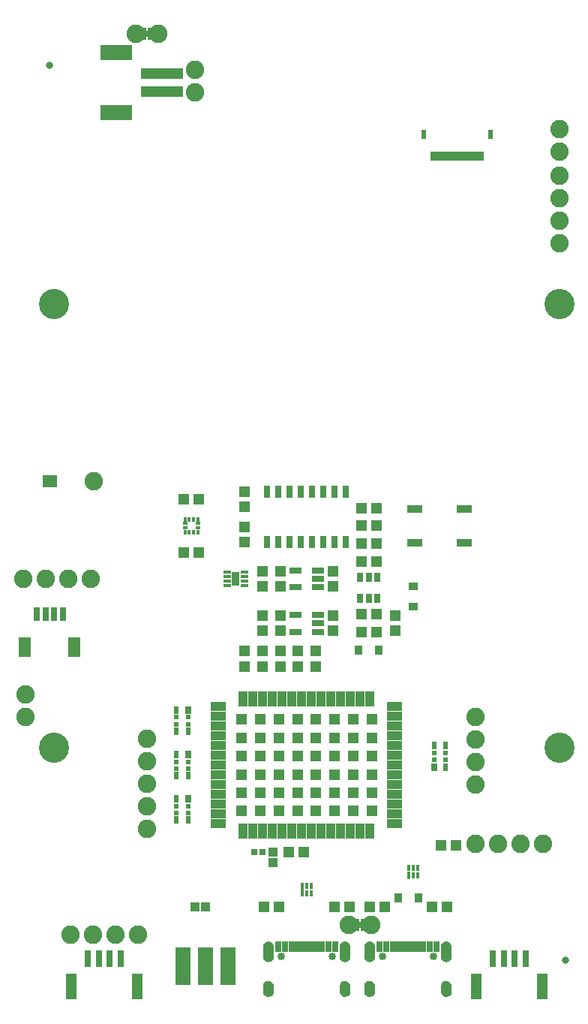
<source format=gts>
G04 EAGLE Gerber RS-274X export*
G75*
%MOMM*%
%FSLAX34Y34*%
%LPD*%
%INSoldermask Top*%
%IPPOS*%
%AMOC8*
5,1,8,0,0,1.08239X$1,22.5*%
G01*
%ADD10C,0.838200*%
%ADD11R,1.203200X1.303200*%
%ADD12R,1.403200X0.753200*%
%ADD13R,1.103200X1.053200*%
%ADD14R,1.303200X1.203200*%
%ADD15R,0.803200X0.803200*%
%ADD16R,1.053200X1.723200*%
%ADD17R,1.723200X1.053200*%
%ADD18R,1.303200X1.303200*%
%ADD19R,0.503200X1.203200*%
%ADD20R,0.803200X1.203200*%
%ADD21C,0.853200*%
%ADD22R,0.453200X0.813200*%
%ADD23R,0.453200X0.763200*%
%ADD24R,1.703200X4.203200*%
%ADD25C,3.403600*%
%ADD26R,4.803200X1.203200*%
%ADD27R,3.603200X1.803200*%
%ADD28C,2.082800*%
%ADD29R,0.803200X1.903200*%
%ADD30R,1.203200X2.903200*%
%ADD31R,0.833200X1.033200*%
%ADD32R,0.840000X0.440000*%
%ADD33R,0.940000X1.520000*%
%ADD34R,0.838200X1.473200*%
%ADD35R,1.403200X2.203200*%
%ADD36R,0.803200X1.553200*%
%ADD37R,0.803200X1.403200*%
%ADD38R,1.727200X0.965200*%
%ADD39R,0.620000X0.840000*%
%ADD40R,0.620000X0.560000*%
%ADD41R,0.640000X0.840000*%
%ADD42R,0.753200X1.003200*%
%ADD43R,1.033200X0.833200*%
%ADD44R,0.478200X0.453200*%
%ADD45R,0.453200X0.478200*%
%ADD46R,1.053200X1.103200*%
%ADD47R,0.503200X1.003200*%
%ADD48R,0.603200X1.003200*%

G36*
X508784Y38053D02*
X508784Y38053D01*
X508790Y38059D01*
X508795Y38055D01*
X510025Y38420D01*
X510030Y38427D01*
X510035Y38425D01*
X511154Y39055D01*
X511157Y39062D01*
X511163Y39061D01*
X512113Y39924D01*
X512114Y39932D01*
X512120Y39932D01*
X512854Y40985D01*
X512854Y40993D01*
X512859Y40995D01*
X513341Y42185D01*
X513339Y42190D01*
X513343Y42193D01*
X513342Y42194D01*
X513344Y42195D01*
X513549Y43462D01*
X513546Y43467D01*
X513549Y43470D01*
X513549Y55470D01*
X513546Y55474D01*
X513549Y55477D01*
X513394Y56599D01*
X513389Y56604D01*
X513392Y56608D01*
X513021Y57679D01*
X513015Y57683D01*
X513017Y57688D01*
X512444Y58665D01*
X512438Y58668D01*
X512439Y58673D01*
X511686Y59520D01*
X511679Y59522D01*
X511679Y59527D01*
X510776Y60211D01*
X510769Y60211D01*
X510768Y60216D01*
X509749Y60711D01*
X509742Y60709D01*
X509740Y60714D01*
X508643Y61001D01*
X508637Y60998D01*
X508634Y61002D01*
X507503Y61069D01*
X507497Y61069D01*
X506366Y61002D01*
X506361Y60997D01*
X506357Y61001D01*
X505260Y60714D01*
X505256Y60708D01*
X505251Y60711D01*
X504232Y60216D01*
X504229Y60210D01*
X504224Y60211D01*
X503321Y59527D01*
X503319Y59520D01*
X503314Y59520D01*
X502561Y58673D01*
X502561Y58666D01*
X502556Y58665D01*
X501983Y57688D01*
X501984Y57685D01*
X501983Y57684D01*
X501984Y57683D01*
X501984Y57681D01*
X501979Y57679D01*
X501608Y56608D01*
X501610Y56603D01*
X501607Y56601D01*
X501607Y56600D01*
X501606Y56599D01*
X501451Y55477D01*
X501454Y55472D01*
X501451Y55470D01*
X501451Y43470D01*
X501454Y43465D01*
X501451Y43462D01*
X501656Y42195D01*
X501662Y42189D01*
X501659Y42185D01*
X502141Y40995D01*
X502148Y40991D01*
X502146Y40985D01*
X502880Y39932D01*
X502888Y39930D01*
X502887Y39924D01*
X503837Y39061D01*
X503846Y39060D01*
X503846Y39055D01*
X504965Y38425D01*
X504973Y38426D01*
X504975Y38420D01*
X506205Y38055D01*
X506213Y38058D01*
X506216Y38053D01*
X507497Y37971D01*
X507501Y37974D01*
X507503Y37971D01*
X508784Y38053D01*
G37*
G36*
X308084Y38053D02*
X308084Y38053D01*
X308090Y38059D01*
X308095Y38055D01*
X309325Y38420D01*
X309330Y38427D01*
X309335Y38425D01*
X310454Y39055D01*
X310457Y39062D01*
X310463Y39061D01*
X311413Y39924D01*
X311414Y39932D01*
X311420Y39932D01*
X312154Y40985D01*
X312154Y40993D01*
X312159Y40995D01*
X312641Y42185D01*
X312639Y42190D01*
X312643Y42193D01*
X312642Y42194D01*
X312644Y42195D01*
X312849Y43462D01*
X312846Y43467D01*
X312849Y43470D01*
X312849Y55470D01*
X312846Y55474D01*
X312849Y55477D01*
X312694Y56599D01*
X312689Y56604D01*
X312692Y56608D01*
X312321Y57679D01*
X312315Y57683D01*
X312317Y57688D01*
X311744Y58665D01*
X311738Y58668D01*
X311739Y58673D01*
X310986Y59520D01*
X310979Y59522D01*
X310979Y59527D01*
X310076Y60211D01*
X310069Y60211D01*
X310068Y60216D01*
X309049Y60711D01*
X309042Y60709D01*
X309040Y60714D01*
X307943Y61001D01*
X307937Y60998D01*
X307934Y61002D01*
X306803Y61069D01*
X306797Y61069D01*
X305666Y61002D01*
X305661Y60997D01*
X305657Y61001D01*
X304560Y60714D01*
X304556Y60708D01*
X304551Y60711D01*
X303532Y60216D01*
X303529Y60210D01*
X303524Y60211D01*
X302621Y59527D01*
X302619Y59520D01*
X302614Y59520D01*
X301861Y58673D01*
X301861Y58666D01*
X301856Y58665D01*
X301283Y57688D01*
X301284Y57685D01*
X301283Y57684D01*
X301284Y57683D01*
X301284Y57681D01*
X301279Y57679D01*
X300908Y56608D01*
X300910Y56603D01*
X300907Y56601D01*
X300907Y56600D01*
X300906Y56599D01*
X300751Y55477D01*
X300754Y55472D01*
X300751Y55470D01*
X300751Y43470D01*
X300754Y43465D01*
X300751Y43462D01*
X300956Y42195D01*
X300962Y42189D01*
X300959Y42185D01*
X301441Y40995D01*
X301448Y40991D01*
X301446Y40985D01*
X302180Y39932D01*
X302188Y39930D01*
X302187Y39924D01*
X303137Y39061D01*
X303146Y39060D01*
X303146Y39055D01*
X304265Y38425D01*
X304273Y38426D01*
X304275Y38420D01*
X305505Y38055D01*
X305513Y38058D01*
X305516Y38053D01*
X306797Y37971D01*
X306801Y37974D01*
X306803Y37971D01*
X308084Y38053D01*
G37*
G36*
X422384Y38053D02*
X422384Y38053D01*
X422390Y38059D01*
X422395Y38055D01*
X423625Y38420D01*
X423630Y38427D01*
X423635Y38425D01*
X424754Y39055D01*
X424757Y39062D01*
X424763Y39061D01*
X425713Y39924D01*
X425714Y39932D01*
X425720Y39932D01*
X426454Y40985D01*
X426454Y40993D01*
X426459Y40995D01*
X426941Y42185D01*
X426939Y42190D01*
X426943Y42193D01*
X426942Y42194D01*
X426944Y42195D01*
X427149Y43462D01*
X427146Y43467D01*
X427149Y43470D01*
X427149Y55470D01*
X427146Y55474D01*
X427149Y55477D01*
X426994Y56599D01*
X426989Y56604D01*
X426992Y56608D01*
X426621Y57679D01*
X426615Y57683D01*
X426617Y57688D01*
X426044Y58665D01*
X426038Y58668D01*
X426039Y58673D01*
X425286Y59520D01*
X425279Y59522D01*
X425279Y59527D01*
X424376Y60211D01*
X424369Y60211D01*
X424368Y60216D01*
X423349Y60711D01*
X423342Y60709D01*
X423340Y60714D01*
X422243Y61001D01*
X422237Y60998D01*
X422234Y61002D01*
X421103Y61069D01*
X421097Y61069D01*
X419966Y61002D01*
X419961Y60997D01*
X419957Y61001D01*
X418860Y60714D01*
X418856Y60708D01*
X418851Y60711D01*
X417832Y60216D01*
X417829Y60210D01*
X417824Y60211D01*
X416921Y59527D01*
X416919Y59520D01*
X416914Y59520D01*
X416161Y58673D01*
X416161Y58666D01*
X416156Y58665D01*
X415583Y57688D01*
X415584Y57685D01*
X415583Y57684D01*
X415584Y57683D01*
X415584Y57681D01*
X415579Y57679D01*
X415208Y56608D01*
X415210Y56603D01*
X415207Y56601D01*
X415207Y56600D01*
X415206Y56599D01*
X415051Y55477D01*
X415054Y55472D01*
X415051Y55470D01*
X415051Y43470D01*
X415054Y43465D01*
X415051Y43462D01*
X415256Y42195D01*
X415262Y42189D01*
X415259Y42185D01*
X415741Y40995D01*
X415748Y40991D01*
X415746Y40985D01*
X416480Y39932D01*
X416488Y39930D01*
X416487Y39924D01*
X417437Y39061D01*
X417446Y39060D01*
X417446Y39055D01*
X418565Y38425D01*
X418573Y38426D01*
X418575Y38420D01*
X419805Y38055D01*
X419813Y38058D01*
X419816Y38053D01*
X421097Y37971D01*
X421101Y37974D01*
X421103Y37971D01*
X422384Y38053D01*
G37*
G36*
X394484Y38053D02*
X394484Y38053D01*
X394490Y38059D01*
X394495Y38055D01*
X395725Y38420D01*
X395730Y38427D01*
X395735Y38425D01*
X396854Y39055D01*
X396857Y39062D01*
X396863Y39061D01*
X397813Y39924D01*
X397814Y39932D01*
X397820Y39932D01*
X398554Y40985D01*
X398554Y40993D01*
X398559Y40995D01*
X399041Y42185D01*
X399039Y42190D01*
X399043Y42193D01*
X399042Y42194D01*
X399044Y42195D01*
X399249Y43462D01*
X399246Y43467D01*
X399249Y43470D01*
X399249Y55470D01*
X399246Y55474D01*
X399249Y55477D01*
X399094Y56599D01*
X399089Y56604D01*
X399092Y56608D01*
X398721Y57679D01*
X398715Y57683D01*
X398717Y57688D01*
X398144Y58665D01*
X398138Y58668D01*
X398139Y58673D01*
X397386Y59520D01*
X397379Y59522D01*
X397379Y59527D01*
X396476Y60211D01*
X396469Y60211D01*
X396468Y60216D01*
X395449Y60711D01*
X395442Y60709D01*
X395440Y60714D01*
X394343Y61001D01*
X394337Y60998D01*
X394334Y61002D01*
X393203Y61069D01*
X393197Y61069D01*
X392066Y61002D01*
X392061Y60997D01*
X392057Y61001D01*
X390960Y60714D01*
X390956Y60708D01*
X390951Y60711D01*
X389932Y60216D01*
X389929Y60210D01*
X389924Y60211D01*
X389021Y59527D01*
X389019Y59520D01*
X389014Y59520D01*
X388261Y58673D01*
X388261Y58666D01*
X388256Y58665D01*
X387683Y57688D01*
X387684Y57685D01*
X387683Y57684D01*
X387684Y57683D01*
X387684Y57681D01*
X387679Y57679D01*
X387308Y56608D01*
X387310Y56603D01*
X387307Y56601D01*
X387307Y56600D01*
X387306Y56599D01*
X387151Y55477D01*
X387154Y55472D01*
X387151Y55470D01*
X387151Y43470D01*
X387154Y43465D01*
X387151Y43462D01*
X387356Y42195D01*
X387362Y42189D01*
X387359Y42185D01*
X387841Y40995D01*
X387848Y40991D01*
X387846Y40985D01*
X388580Y39932D01*
X388588Y39930D01*
X388587Y39924D01*
X389537Y39061D01*
X389546Y39060D01*
X389546Y39055D01*
X390665Y38425D01*
X390673Y38426D01*
X390675Y38420D01*
X391905Y38055D01*
X391913Y38058D01*
X391916Y38053D01*
X393197Y37971D01*
X393201Y37974D01*
X393203Y37971D01*
X394484Y38053D01*
G37*
G36*
X307971Y-1219D02*
X307971Y-1219D01*
X307976Y-1214D01*
X307980Y-1217D01*
X309103Y-882D01*
X309107Y-876D01*
X309111Y-878D01*
X310147Y-330D01*
X310150Y-324D01*
X310155Y-325D01*
X311063Y414D01*
X311065Y421D01*
X311070Y421D01*
X311817Y1323D01*
X311817Y1331D01*
X311823Y1331D01*
X312379Y2362D01*
X312378Y2369D01*
X312383Y2371D01*
X312727Y3490D01*
X312725Y3497D01*
X312729Y3500D01*
X312849Y4665D01*
X312847Y4668D01*
X312849Y4670D01*
X312849Y10670D01*
X312847Y10673D01*
X312849Y10675D01*
X312738Y11851D01*
X312733Y11856D01*
X312736Y11860D01*
X312398Y12992D01*
X312392Y12996D01*
X312394Y13001D01*
X311842Y14045D01*
X311835Y14048D01*
X311837Y14053D01*
X311091Y14969D01*
X311084Y14970D01*
X311084Y14976D01*
X310175Y15729D01*
X310167Y15729D01*
X310167Y15734D01*
X309127Y16295D01*
X309120Y16294D01*
X309118Y16299D01*
X307989Y16646D01*
X307983Y16644D01*
X307980Y16648D01*
X306805Y16769D01*
X306798Y16765D01*
X306794Y16769D01*
X305454Y16612D01*
X305448Y16607D01*
X305443Y16610D01*
X304172Y16159D01*
X304167Y16152D01*
X304162Y16154D01*
X303023Y15432D01*
X303020Y15424D01*
X303014Y15425D01*
X302064Y14467D01*
X302063Y14459D01*
X302057Y14458D01*
X301344Y13313D01*
X301345Y13305D01*
X301339Y13303D01*
X300899Y12027D01*
X300901Y12020D01*
X300897Y12017D01*
X300751Y10675D01*
X300753Y10672D01*
X300751Y10670D01*
X300751Y4670D01*
X300753Y4667D01*
X300751Y4664D01*
X300906Y3335D01*
X300912Y3329D01*
X300909Y3325D01*
X301356Y2064D01*
X301363Y2059D01*
X301361Y2054D01*
X302078Y924D01*
X302085Y921D01*
X302084Y915D01*
X303035Y-27D01*
X303043Y-28D01*
X303043Y-34D01*
X304179Y-741D01*
X304187Y-740D01*
X304189Y-746D01*
X305454Y-1182D01*
X305459Y-1181D01*
X305460Y-1182D01*
X305463Y-1182D01*
X305465Y-1185D01*
X306795Y-1329D01*
X306801Y-1325D01*
X306805Y-1329D01*
X307971Y-1219D01*
G37*
G36*
X508671Y-1219D02*
X508671Y-1219D01*
X508676Y-1214D01*
X508680Y-1217D01*
X509803Y-882D01*
X509807Y-876D01*
X509811Y-878D01*
X510847Y-330D01*
X510850Y-324D01*
X510855Y-325D01*
X511763Y414D01*
X511765Y421D01*
X511770Y421D01*
X512517Y1323D01*
X512517Y1331D01*
X512523Y1331D01*
X513079Y2362D01*
X513078Y2369D01*
X513083Y2371D01*
X513427Y3490D01*
X513425Y3497D01*
X513429Y3500D01*
X513549Y4665D01*
X513547Y4668D01*
X513549Y4670D01*
X513549Y10670D01*
X513547Y10673D01*
X513549Y10675D01*
X513438Y11851D01*
X513433Y11856D01*
X513436Y11860D01*
X513098Y12992D01*
X513092Y12996D01*
X513094Y13001D01*
X512542Y14045D01*
X512535Y14048D01*
X512537Y14053D01*
X511791Y14969D01*
X511784Y14970D01*
X511784Y14976D01*
X510875Y15729D01*
X510867Y15729D01*
X510867Y15734D01*
X509827Y16295D01*
X509820Y16294D01*
X509818Y16299D01*
X508689Y16646D01*
X508683Y16644D01*
X508680Y16648D01*
X507505Y16769D01*
X507498Y16765D01*
X507494Y16769D01*
X506154Y16612D01*
X506148Y16607D01*
X506143Y16610D01*
X504872Y16159D01*
X504867Y16152D01*
X504862Y16154D01*
X503723Y15432D01*
X503720Y15424D01*
X503714Y15425D01*
X502764Y14467D01*
X502763Y14459D01*
X502757Y14458D01*
X502044Y13313D01*
X502045Y13305D01*
X502039Y13303D01*
X501599Y12027D01*
X501601Y12020D01*
X501597Y12017D01*
X501451Y10675D01*
X501453Y10672D01*
X501451Y10670D01*
X501451Y4670D01*
X501453Y4667D01*
X501451Y4664D01*
X501606Y3335D01*
X501612Y3329D01*
X501609Y3325D01*
X502056Y2064D01*
X502063Y2059D01*
X502061Y2054D01*
X502778Y924D01*
X502785Y921D01*
X502784Y915D01*
X503735Y-27D01*
X503743Y-28D01*
X503743Y-34D01*
X504879Y-741D01*
X504887Y-740D01*
X504889Y-746D01*
X506154Y-1182D01*
X506159Y-1181D01*
X506160Y-1182D01*
X506163Y-1182D01*
X506165Y-1185D01*
X507495Y-1329D01*
X507501Y-1325D01*
X507505Y-1329D01*
X508671Y-1219D01*
G37*
G36*
X422271Y-1219D02*
X422271Y-1219D01*
X422276Y-1214D01*
X422280Y-1217D01*
X423403Y-882D01*
X423407Y-876D01*
X423411Y-878D01*
X424447Y-330D01*
X424450Y-324D01*
X424455Y-325D01*
X425363Y414D01*
X425365Y421D01*
X425370Y421D01*
X426117Y1323D01*
X426117Y1331D01*
X426123Y1331D01*
X426679Y2362D01*
X426678Y2369D01*
X426683Y2371D01*
X427027Y3490D01*
X427025Y3497D01*
X427029Y3500D01*
X427149Y4665D01*
X427147Y4668D01*
X427149Y4670D01*
X427149Y10670D01*
X427147Y10673D01*
X427149Y10675D01*
X427038Y11851D01*
X427033Y11856D01*
X427036Y11860D01*
X426698Y12992D01*
X426692Y12996D01*
X426694Y13001D01*
X426142Y14045D01*
X426135Y14048D01*
X426137Y14053D01*
X425391Y14969D01*
X425384Y14970D01*
X425384Y14976D01*
X424475Y15729D01*
X424467Y15729D01*
X424467Y15734D01*
X423427Y16295D01*
X423420Y16294D01*
X423418Y16299D01*
X422289Y16646D01*
X422283Y16644D01*
X422280Y16648D01*
X421105Y16769D01*
X421098Y16765D01*
X421094Y16769D01*
X419754Y16612D01*
X419748Y16607D01*
X419743Y16610D01*
X418472Y16159D01*
X418467Y16152D01*
X418462Y16154D01*
X417323Y15432D01*
X417320Y15424D01*
X417314Y15425D01*
X416364Y14467D01*
X416363Y14459D01*
X416357Y14458D01*
X415644Y13313D01*
X415645Y13305D01*
X415639Y13303D01*
X415199Y12027D01*
X415201Y12020D01*
X415197Y12017D01*
X415051Y10675D01*
X415053Y10672D01*
X415051Y10670D01*
X415051Y4670D01*
X415053Y4667D01*
X415051Y4664D01*
X415206Y3335D01*
X415212Y3329D01*
X415209Y3325D01*
X415656Y2064D01*
X415663Y2059D01*
X415661Y2054D01*
X416378Y924D01*
X416385Y921D01*
X416384Y915D01*
X417335Y-27D01*
X417343Y-28D01*
X417343Y-34D01*
X418479Y-741D01*
X418487Y-740D01*
X418489Y-746D01*
X419754Y-1182D01*
X419759Y-1181D01*
X419760Y-1182D01*
X419763Y-1182D01*
X419765Y-1185D01*
X421095Y-1329D01*
X421101Y-1325D01*
X421105Y-1329D01*
X422271Y-1219D01*
G37*
G36*
X394371Y-1219D02*
X394371Y-1219D01*
X394376Y-1214D01*
X394380Y-1217D01*
X395503Y-882D01*
X395507Y-876D01*
X395511Y-878D01*
X396547Y-330D01*
X396550Y-324D01*
X396555Y-325D01*
X397463Y414D01*
X397465Y421D01*
X397470Y421D01*
X398217Y1323D01*
X398217Y1331D01*
X398223Y1331D01*
X398779Y2362D01*
X398778Y2369D01*
X398783Y2371D01*
X399127Y3490D01*
X399125Y3497D01*
X399129Y3500D01*
X399249Y4665D01*
X399247Y4668D01*
X399249Y4670D01*
X399249Y10670D01*
X399247Y10673D01*
X399249Y10675D01*
X399138Y11851D01*
X399133Y11856D01*
X399136Y11860D01*
X398798Y12992D01*
X398792Y12996D01*
X398794Y13001D01*
X398242Y14045D01*
X398235Y14048D01*
X398237Y14053D01*
X397491Y14969D01*
X397484Y14970D01*
X397484Y14976D01*
X396575Y15729D01*
X396567Y15729D01*
X396567Y15734D01*
X395527Y16295D01*
X395520Y16294D01*
X395518Y16299D01*
X394389Y16646D01*
X394383Y16644D01*
X394380Y16648D01*
X393205Y16769D01*
X393198Y16765D01*
X393194Y16769D01*
X391854Y16612D01*
X391848Y16607D01*
X391843Y16610D01*
X390572Y16159D01*
X390567Y16152D01*
X390562Y16154D01*
X389423Y15432D01*
X389420Y15424D01*
X389414Y15425D01*
X388464Y14467D01*
X388463Y14459D01*
X388457Y14458D01*
X387744Y13313D01*
X387745Y13305D01*
X387739Y13303D01*
X387299Y12027D01*
X387301Y12020D01*
X387297Y12017D01*
X387151Y10675D01*
X387153Y10672D01*
X387151Y10670D01*
X387151Y4670D01*
X387153Y4667D01*
X387151Y4664D01*
X387306Y3335D01*
X387312Y3329D01*
X387309Y3325D01*
X387756Y2064D01*
X387763Y2059D01*
X387761Y2054D01*
X388478Y924D01*
X388485Y921D01*
X388484Y915D01*
X389435Y-27D01*
X389443Y-28D01*
X389443Y-34D01*
X390579Y-741D01*
X390587Y-740D01*
X390589Y-746D01*
X391854Y-1182D01*
X391859Y-1181D01*
X391860Y-1182D01*
X391863Y-1182D01*
X391865Y-1185D01*
X393195Y-1329D01*
X393201Y-1325D01*
X393205Y-1329D01*
X394371Y-1219D01*
G37*
G36*
X171970Y1081583D02*
X171970Y1081583D01*
X172036Y1081585D01*
X172079Y1081603D01*
X172126Y1081611D01*
X172183Y1081645D01*
X172243Y1081670D01*
X172278Y1081701D01*
X172319Y1081726D01*
X172361Y1081777D01*
X172409Y1081821D01*
X172431Y1081863D01*
X172460Y1081900D01*
X172481Y1081962D01*
X172512Y1082021D01*
X172520Y1082075D01*
X172532Y1082112D01*
X172531Y1082152D01*
X172539Y1082206D01*
X172539Y1087794D01*
X172528Y1087859D01*
X172526Y1087925D01*
X172508Y1087968D01*
X172500Y1088015D01*
X172466Y1088072D01*
X172441Y1088132D01*
X172410Y1088167D01*
X172385Y1088208D01*
X172334Y1088250D01*
X172290Y1088298D01*
X172248Y1088320D01*
X172211Y1088349D01*
X172149Y1088370D01*
X172090Y1088401D01*
X172036Y1088409D01*
X171999Y1088421D01*
X171959Y1088420D01*
X171905Y1088428D01*
X168095Y1088428D01*
X168030Y1088417D01*
X167964Y1088415D01*
X167921Y1088397D01*
X167874Y1088389D01*
X167817Y1088355D01*
X167757Y1088330D01*
X167722Y1088299D01*
X167681Y1088274D01*
X167640Y1088223D01*
X167591Y1088179D01*
X167569Y1088137D01*
X167540Y1088100D01*
X167519Y1088038D01*
X167488Y1087979D01*
X167480Y1087925D01*
X167468Y1087888D01*
X167469Y1087848D01*
X167461Y1087794D01*
X167461Y1082206D01*
X167472Y1082141D01*
X167474Y1082075D01*
X167492Y1082032D01*
X167500Y1081985D01*
X167534Y1081928D01*
X167559Y1081868D01*
X167590Y1081833D01*
X167615Y1081792D01*
X167666Y1081751D01*
X167710Y1081702D01*
X167752Y1081680D01*
X167789Y1081651D01*
X167851Y1081630D01*
X167910Y1081599D01*
X167964Y1081591D01*
X168001Y1081579D01*
X168041Y1081580D01*
X168095Y1081572D01*
X171905Y1081572D01*
X171970Y1081583D01*
G37*
G36*
X411970Y76583D02*
X411970Y76583D01*
X412036Y76585D01*
X412079Y76603D01*
X412126Y76611D01*
X412183Y76645D01*
X412243Y76670D01*
X412278Y76701D01*
X412319Y76726D01*
X412361Y76777D01*
X412409Y76821D01*
X412431Y76863D01*
X412460Y76900D01*
X412481Y76962D01*
X412512Y77021D01*
X412520Y77075D01*
X412532Y77112D01*
X412531Y77152D01*
X412539Y77206D01*
X412539Y82794D01*
X412528Y82859D01*
X412526Y82925D01*
X412508Y82968D01*
X412500Y83015D01*
X412466Y83072D01*
X412441Y83132D01*
X412410Y83167D01*
X412385Y83208D01*
X412334Y83250D01*
X412290Y83298D01*
X412248Y83320D01*
X412211Y83349D01*
X412149Y83370D01*
X412090Y83401D01*
X412036Y83409D01*
X411999Y83421D01*
X411959Y83420D01*
X411905Y83428D01*
X408095Y83428D01*
X408030Y83417D01*
X407964Y83415D01*
X407921Y83397D01*
X407874Y83389D01*
X407817Y83355D01*
X407757Y83330D01*
X407722Y83299D01*
X407681Y83274D01*
X407640Y83223D01*
X407591Y83179D01*
X407569Y83137D01*
X407540Y83100D01*
X407519Y83038D01*
X407488Y82979D01*
X407480Y82925D01*
X407468Y82888D01*
X407469Y82848D01*
X407461Y82794D01*
X407461Y77206D01*
X407472Y77141D01*
X407474Y77075D01*
X407492Y77032D01*
X407500Y76985D01*
X407534Y76928D01*
X407559Y76868D01*
X407590Y76833D01*
X407615Y76792D01*
X407666Y76751D01*
X407710Y76702D01*
X407752Y76680D01*
X407789Y76651D01*
X407851Y76630D01*
X407910Y76599D01*
X407964Y76591D01*
X408001Y76579D01*
X408041Y76580D01*
X408095Y76572D01*
X411905Y76572D01*
X411970Y76583D01*
G37*
D10*
X642100Y40100D03*
X59700Y1048900D03*
D11*
X320000Y411500D03*
X320000Y428500D03*
X300000Y428500D03*
X300000Y411500D03*
D12*
X363001Y410500D03*
X363001Y420000D03*
X363001Y429500D03*
X336999Y429500D03*
X336999Y410500D03*
D11*
X380000Y411500D03*
X380000Y428500D03*
X280000Y388500D03*
X280000Y371500D03*
X300000Y388500D03*
X300000Y371500D03*
D13*
X311900Y161660D03*
X311900Y150060D03*
D14*
X330070Y162210D03*
X347070Y162210D03*
D11*
X340000Y388500D03*
X340000Y371500D03*
D15*
X290390Y162210D03*
X300390Y162210D03*
D16*
X278500Y185500D03*
X289500Y185500D03*
X300500Y185500D03*
X311500Y185500D03*
X322500Y185500D03*
X333500Y185500D03*
X344500Y185500D03*
X355500Y185500D03*
X366500Y185500D03*
X377500Y185500D03*
X388500Y185500D03*
X399500Y185500D03*
X410500Y185500D03*
X421500Y185500D03*
D17*
X449500Y194000D03*
X449500Y205000D03*
X449500Y216000D03*
X449500Y227000D03*
X449500Y238000D03*
X449500Y249000D03*
X449500Y260000D03*
X449500Y271000D03*
X449500Y282000D03*
X449500Y293000D03*
X449500Y304000D03*
X449500Y315000D03*
X449500Y326000D03*
D16*
X421500Y334500D03*
X410500Y334500D03*
X399500Y334500D03*
X388500Y334500D03*
X377500Y334500D03*
X366500Y334500D03*
X355500Y334500D03*
X344500Y334500D03*
X333500Y334500D03*
X322500Y334500D03*
X311500Y334500D03*
X300500Y334500D03*
X289500Y334500D03*
X278500Y334500D03*
D17*
X250500Y326000D03*
X250500Y315000D03*
X250500Y304000D03*
X250500Y293000D03*
X250500Y282000D03*
X250500Y271000D03*
X250500Y260000D03*
X250500Y249000D03*
X250500Y238000D03*
X250500Y227000D03*
X250500Y216000D03*
X250500Y205000D03*
X250500Y194000D03*
D18*
X339500Y249500D03*
X318500Y249500D03*
X297500Y249500D03*
X276500Y249500D03*
X339500Y229000D03*
X318500Y229000D03*
X297500Y229000D03*
X276500Y229000D03*
X339500Y208500D03*
X318500Y208500D03*
X297500Y208500D03*
X276500Y208500D03*
X339500Y311500D03*
X318500Y311500D03*
X297500Y311500D03*
X276500Y311500D03*
X339500Y291000D03*
X318500Y291000D03*
X297500Y291000D03*
X276500Y291000D03*
X339500Y270500D03*
X318500Y270500D03*
X297500Y270500D03*
X276500Y270500D03*
X360500Y270500D03*
X381500Y270500D03*
X402500Y270500D03*
X423500Y270500D03*
X360500Y291000D03*
X381500Y291000D03*
X402500Y291000D03*
X423500Y291000D03*
X360500Y311500D03*
X381500Y311500D03*
X402500Y311500D03*
X423500Y311500D03*
X360500Y208500D03*
X381500Y208500D03*
X402500Y208500D03*
X423500Y208500D03*
X360500Y229000D03*
X381500Y229000D03*
X402500Y229000D03*
X423500Y229000D03*
X360500Y249500D03*
X381500Y249500D03*
X402500Y249500D03*
X423500Y249500D03*
D14*
X398500Y100000D03*
X381500Y100000D03*
X301500Y100000D03*
X318500Y100000D03*
D19*
X357500Y55270D03*
X352500Y55270D03*
D20*
X382250Y55270D03*
X374500Y55270D03*
D19*
X367500Y55270D03*
X362500Y55270D03*
X342500Y55270D03*
X347500Y55270D03*
D20*
X317750Y55270D03*
X325500Y55270D03*
D19*
X332500Y55270D03*
X337500Y55270D03*
D21*
X321100Y44220D03*
X378900Y44220D03*
D11*
X360000Y371500D03*
X360000Y388500D03*
X320000Y388500D03*
X320000Y371500D03*
D22*
X345000Y115950D03*
D23*
X350000Y115700D03*
X355000Y115700D03*
X355000Y124300D03*
X350000Y124300D03*
X345000Y124300D03*
D24*
X261400Y33000D03*
X236000Y33000D03*
X210600Y33000D03*
D25*
X65012Y279937D03*
X65012Y780063D03*
X634988Y780063D03*
X634988Y279937D03*
D26*
X187000Y1020000D03*
X187000Y1040000D03*
D27*
X135000Y996000D03*
X135000Y1064000D03*
D28*
X223520Y1043940D03*
X223520Y1018540D03*
D19*
X471800Y55270D03*
X466800Y55270D03*
D20*
X496550Y55270D03*
X488800Y55270D03*
D19*
X481800Y55270D03*
X476800Y55270D03*
X456800Y55270D03*
X461800Y55270D03*
D20*
X432050Y55270D03*
X439800Y55270D03*
D19*
X446800Y55270D03*
X451800Y55270D03*
D21*
X435400Y44220D03*
X493200Y44220D03*
D14*
X508500Y100000D03*
X491500Y100000D03*
X421500Y100000D03*
X438500Y100000D03*
D29*
X102650Y42140D03*
D30*
X158650Y10140D03*
X84150Y10140D03*
D29*
X115150Y42140D03*
X127650Y42140D03*
X140150Y42140D03*
X559850Y42140D03*
D30*
X615850Y10140D03*
X541350Y10140D03*
D29*
X572350Y42140D03*
X584850Y42140D03*
X597350Y42140D03*
D28*
X159500Y69150D03*
X134100Y69150D03*
X108700Y69150D03*
X83300Y69150D03*
X616700Y171700D03*
X591300Y171700D03*
X565900Y171700D03*
X540500Y171700D03*
X540500Y237900D03*
X540500Y263300D03*
X540500Y288700D03*
X540500Y314100D03*
X32500Y339500D03*
X32500Y314100D03*
D14*
X518500Y170000D03*
X501500Y170000D03*
D31*
X476500Y110000D03*
X453500Y110000D03*
D32*
X260100Y462500D03*
X260100Y467500D03*
X260100Y472500D03*
X260100Y477500D03*
X280100Y477500D03*
X280100Y472500D03*
X280100Y467500D03*
X280100Y462500D03*
D33*
X270000Y470000D03*
D11*
X300000Y461500D03*
X300000Y478500D03*
D34*
X404920Y80000D03*
X415080Y80000D03*
D28*
X397300Y80000D03*
X422700Y80000D03*
D34*
X164920Y1085000D03*
X175080Y1085000D03*
D28*
X157300Y1085000D03*
X182700Y1085000D03*
X635000Y977600D03*
X635000Y952200D03*
D12*
X363001Y460500D03*
X363001Y470000D03*
X363001Y479500D03*
X336999Y479500D03*
X336999Y460500D03*
D11*
X380000Y461500D03*
X380000Y478500D03*
X320000Y461500D03*
X320000Y478500D03*
D22*
X465000Y135950D03*
D23*
X470000Y135700D03*
X475000Y135700D03*
X475000Y144300D03*
X470000Y144300D03*
X465000Y144300D03*
D28*
X30000Y470000D03*
X55400Y470000D03*
X80800Y470000D03*
X106200Y470000D03*
D35*
X32000Y393250D03*
X88000Y393250D03*
D36*
X45000Y430000D03*
X55000Y430000D03*
X65000Y430000D03*
X75000Y430000D03*
D37*
X305550Y512000D03*
X318250Y512000D03*
X330950Y512000D03*
X343650Y512000D03*
X356350Y512000D03*
X369050Y512000D03*
X381750Y512000D03*
X394450Y512000D03*
X394450Y568000D03*
X381750Y568000D03*
X369050Y568000D03*
X356350Y568000D03*
X343650Y568000D03*
X330950Y568000D03*
X318250Y568000D03*
X305550Y568000D03*
D11*
X280000Y568500D03*
X280000Y551500D03*
X280000Y511500D03*
X280000Y528500D03*
D38*
X472060Y549050D03*
X527940Y549050D03*
X472060Y510950D03*
X527940Y510950D03*
D39*
X506900Y282000D03*
D40*
X506900Y274000D03*
X506900Y266000D03*
D39*
X493700Y282000D03*
D40*
X493700Y274000D03*
X493700Y266000D03*
D41*
X493800Y258000D03*
D39*
X506900Y258000D03*
X203100Y298000D03*
D40*
X203100Y306000D03*
X203100Y314000D03*
D39*
X216300Y298000D03*
D40*
X216300Y306000D03*
X216300Y314000D03*
D41*
X216200Y322000D03*
D39*
X203100Y322000D03*
X203100Y248000D03*
D40*
X203100Y256000D03*
X203100Y264000D03*
D39*
X216300Y248000D03*
D40*
X216300Y256000D03*
X216300Y264000D03*
D41*
X216200Y272000D03*
D39*
X203100Y272000D03*
X203100Y198000D03*
D40*
X203100Y206000D03*
X203100Y214000D03*
D39*
X216300Y198000D03*
D40*
X216300Y206000D03*
X216300Y214000D03*
D41*
X216200Y222000D03*
D39*
X203100Y222000D03*
D28*
X170000Y290000D03*
X170000Y264600D03*
X170000Y239200D03*
X170000Y213800D03*
X170000Y188400D03*
D42*
X429500Y472000D03*
X420000Y472000D03*
X410500Y472000D03*
X410500Y448000D03*
X429500Y448000D03*
X420000Y448000D03*
D14*
X411500Y430000D03*
X428500Y430000D03*
X428500Y410000D03*
X411500Y410000D03*
D11*
X450000Y428500D03*
X450000Y411500D03*
D31*
X408500Y390000D03*
X431500Y390000D03*
D14*
X411500Y490000D03*
X428500Y490000D03*
X428500Y550000D03*
X411500Y550000D03*
X411500Y510000D03*
X428500Y510000D03*
X428500Y530000D03*
X411500Y530000D03*
D43*
X470000Y461500D03*
X470000Y438500D03*
D28*
X635000Y849000D03*
X635000Y874400D03*
X635000Y899800D03*
X635000Y925200D03*
D44*
X227500Y527500D03*
X227500Y532500D03*
X212500Y532500D03*
X212500Y527500D03*
D45*
X212500Y522500D03*
X217500Y522500D03*
X227500Y522500D03*
X222500Y522500D03*
X227500Y537500D03*
X222500Y537500D03*
X217500Y537500D03*
X212500Y537500D03*
D14*
X228500Y560000D03*
X211500Y560000D03*
X211500Y500000D03*
X228500Y500000D03*
D28*
X110000Y580000D03*
D34*
X64064Y580000D03*
X55936Y580000D03*
D46*
X235800Y100000D03*
X224200Y100000D03*
D47*
X547500Y946500D03*
X542500Y946500D03*
D48*
X557500Y971500D03*
X482500Y971500D03*
D47*
X537500Y946500D03*
X532500Y946500D03*
X527500Y946500D03*
X522500Y946500D03*
X517500Y946500D03*
X512500Y946500D03*
X507500Y946500D03*
X502500Y946500D03*
X497500Y946500D03*
X492500Y946500D03*
M02*

</source>
